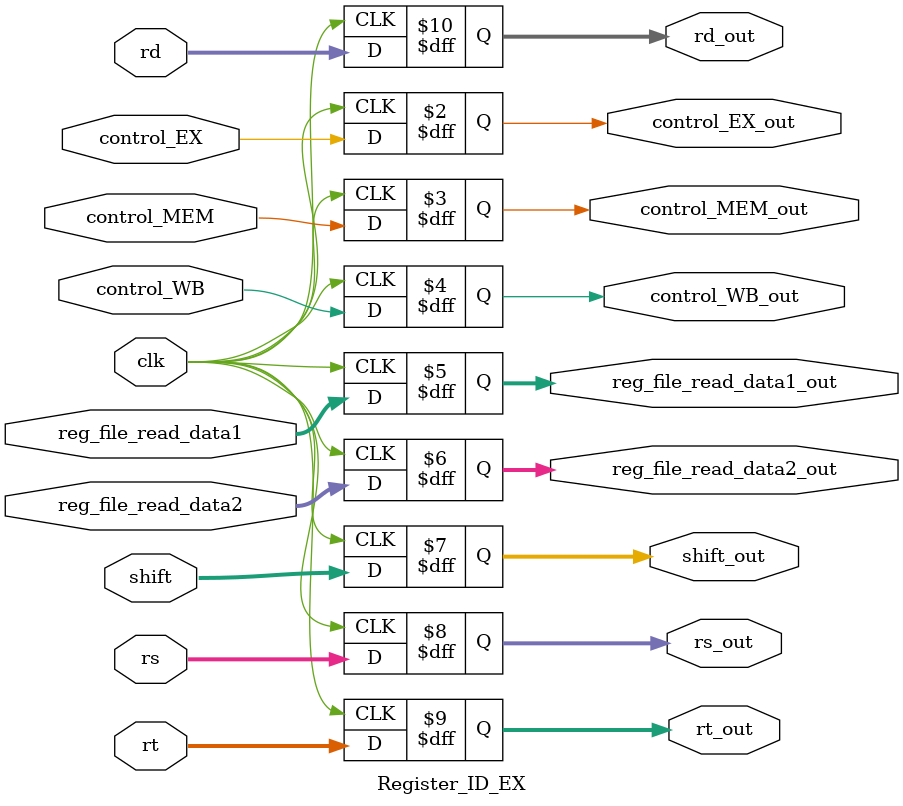
<source format=v>
module Register_IF_ID(clk, IF_Flush, freeze, pc_plus_4, pc_plus_4_out, instruction, instruction_out);
  input clk, IF_Flush, freeze;
  input [31:0] instruction, pc_plus_4;
  output reg [31:0] instruction_out, pc_plus_4_out;

  always @(posedge clk) begin
    if (IF_Flush)
      instruction = 32'd0;
    else if(!freeze) begin
      instruction_out = instruction;
      pc_plus_4_out = pc_plus_4;
    end
  end
endmodule

module Register_ID_EX(clk, control_EX, control_EX_out, control_MEM, control_MEM_out, control_WB, control_WB_out, reg_file_read_data1, reg_file_read_data1_out, reg_file_read_data2, reg_file_read_data2_out, shift, shift_out, rs, rs_out, rt, rt_out, rd, rd_out);
  input clk;
  input control_EX; output reg control_EX_out;
  input control_MEM; output reg control_MEM_out;
  input control_WB; output reg control_WB_out;

  input [31:0] reg_file_read_data1, reg_file_read_data2; output reg [31:0] reg_file_read_data1_out, reg_file_read_data2_out;
  input [15:0] shift; output reg [15:0] shift_out;
  input [4:0] rs, rt, rd; output reg [4:0] rs_out, rt_out, rd_out;

  always @(posedge clk) begin
    control_EX_out = control_EX;
    control_MEM_out = control_MEM;
    control_WB_out = control_WB;

    reg_file_read_data1_out = reg_file_read_data1;
    reg_file_read_data2_out = reg_file_read_data2;

    shift_out = shift;
    rs_out = rs;
    rt_out = rt;
    rd_out = rd;
  end
endmodule


</source>
